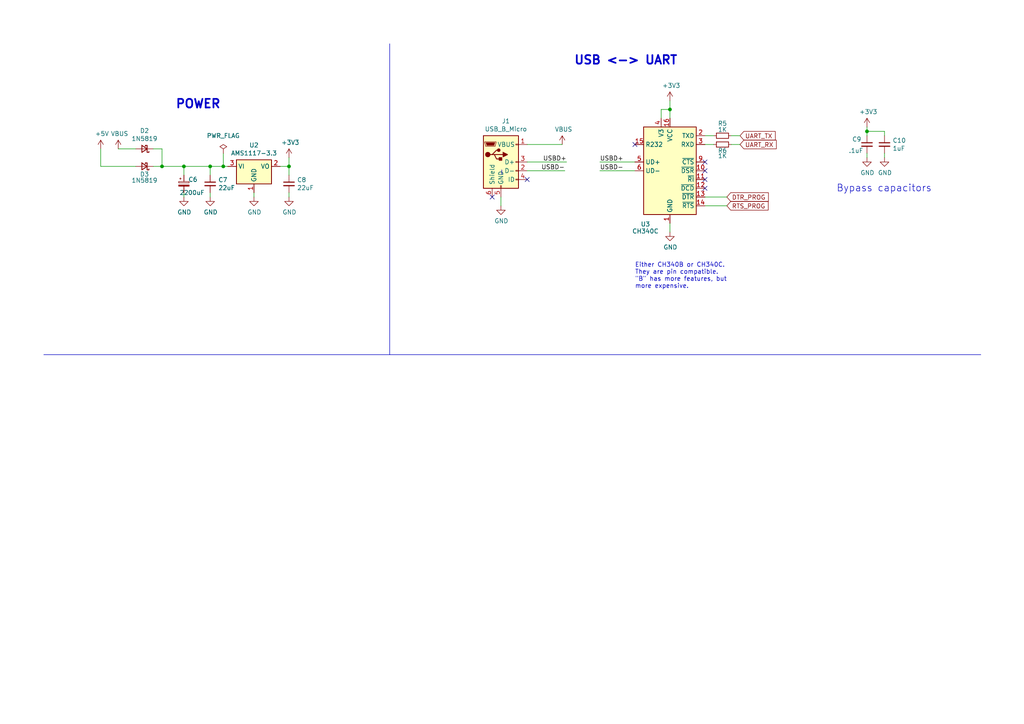
<source format=kicad_sch>
(kicad_sch (version 20230121) (generator eeschema)
  (paper "A4")
  (title_block (title "Unijoysticle 2 A500") (date "2022-04-25") (rev "A") (company "Ricardo Quesada"))
  (lib_symbols
    (symbol "Connector:USB_B_Micro" (pin_names (offset 1.016))
      (property "Reference" "J" (at -5.08 11.43 0))
      (property "Value" "USB_B_Micro" (at -5.08 8.89 0))
      (symbol "USB_B_Micro_0_1"
        (rectangle (start -5.08 -7.62) (end 5.08 7.62) (stroke (width 0.254)) (fill (type background)))
        (circle (center -3.81 2.159) (radius 0.635) (stroke (width 0.254)) (fill (type outline)))
        (circle (center -0.635 3.429) (radius 0.381) (stroke (width 0.254)) (fill (type outline)))
        (rectangle (start -0.127 -7.62) (end 0.127 -6.858))
        (polyline (pts (xy -1.905 2.159) (xy 0.635 2.159)) (stroke (width 0.254)))
        (polyline (pts (xy -3.175 2.159) (xy -2.54 2.159) (xy -1.27 3.429) (xy -0.635 3.429)) (stroke (width 0.254)))
        (polyline (pts (xy -2.54 2.159) (xy -1.905 2.159) (xy -1.27 0.889) (xy 0 0.889)) (stroke (width 0.254)))
        (polyline (pts (xy 0.635 2.794) (xy 0.635 1.524) (xy 1.905 2.159) (xy 0.635 2.794)) (stroke (width 0.254)) (fill (type outline)))
        (polyline (pts (xy -4.318 5.588) (xy -1.778 5.588) (xy -2.032 4.826) (xy -4.064 4.826) (xy -4.318 5.588)) (fill (type outline)))
        (polyline (pts (xy -4.699 5.842) (xy -4.699 5.588) (xy -4.445 4.826) (xy -4.445 4.572) (xy -1.651 4.572) (xy -1.651 4.826) (xy -1.397 5.588) (xy -1.397 5.842) (xy -4.699 5.842)))
        (rectangle (start 0.254 1.27) (end -0.508 0.508) (stroke (width 0.254)) (fill (type outline)))
        (rectangle (start 5.08 -5.207) (end 4.318 -4.953))
        (rectangle (start 5.08 -2.667) (end 4.318 -2.413))
        (rectangle (start 5.08 -0.127) (end 4.318 0.127))
        (rectangle (start 5.08 4.953) (end 4.318 5.207))
      )
      (symbol "USB_B_Micro_1_1"
        (pin power_out line (at 7.62 5.08 180) (length 2.54) (name "VBUS") (number "1"))
        (pin bidirectional line (at 7.62 -2.54 180) (length 2.54) (name "D-") (number "2"))
        (pin bidirectional line (at 7.62 0 180) (length 2.54) (name "D+") (number "3"))
        (pin passive line (at 7.62 -5.08 180) (length 2.54) (name "ID") (number "4"))
        (pin power_out line (at 0 -10.16 90) (length 2.54) (name "GND") (number "5"))
        (pin passive line (at -2.54 -10.16 90) (length 2.54) (name "Shield") (number "6"))
      )
    )
    (symbol "Device:C_Polarized_Small" (pin_numbers hide) (pin_names (offset 0.254) hide)
      (property "Reference" "C" (at 0.254 1.778 0))
      (property "Value" "C_Polarized_Small" (at 0.254 -2.032 0))
      (symbol "C_Polarized_Small_0_1"
        (rectangle (start -1.524 -0.3048) (end 1.524 -0.6858) (fill (type outline)))
        (rectangle (start -1.524 0.6858) (end 1.524 0.3048))
        (polyline (pts (xy -1.27 1.524) (xy -0.762 1.524)))
        (polyline (pts (xy -1.016 1.27) (xy -1.016 1.778)))
      )
      (symbol "C_Polarized_Small_1_1"
        (pin passive line (at 0 2.54 270) (length 1.8542) (name "~") (number "1"))
        (pin passive line (at 0 -2.54 90) (length 1.8542) (name "~") (number "2"))
      )
    )
    (symbol "Device:C_Small" (pin_numbers hide) (pin_names (offset 0.254) hide)
      (property "Reference" "C" (at 0.254 1.778 0))
      (property "Value" "C_Small" (at 0.254 -2.032 0))
      (symbol "C_Small_0_1"
        (polyline (pts (xy -1.524 -0.508) (xy 1.524 -0.508)) (stroke (width 0.3302)))
        (polyline (pts (xy -1.524 0.508) (xy 1.524 0.508)) (stroke (width 0.3048)))
      )
      (symbol "C_Small_1_1"
        (pin passive line (at 0 2.54 270) (length 2.032) (name "~") (number "1"))
        (pin passive line (at 0 -2.54 90) (length 2.032) (name "~") (number "2"))
      )
    )
    (symbol "Device:D_Schottky_Small" (pin_numbers hide) (pin_names (offset 0.254) hide)
      (property "Reference" "D" (at -1.27 2.032 0))
      (property "Value" "D_Schottky_Small" (at -7.112 -2.032 0))
      (symbol "D_Schottky_Small_0_1"
        (polyline (pts (xy -0.762 0) (xy 0.762 0)))
        (polyline (pts (xy 0.762 -1.016) (xy -0.762 0) (xy 0.762 1.016) (xy 0.762 -1.016)) (stroke (width 0.254)))
        (polyline (pts (xy -1.27 0.762) (xy -1.27 1.016) (xy -0.762 1.016) (xy -0.762 -1.016) (xy -0.254 -1.016) (xy -0.254 -0.762)) (stroke (width 0.254)))
      )
      (symbol "D_Schottky_Small_1_1"
        (pin passive line (at -2.54 0 0) (length 1.778) (name "K") (number "1"))
        (pin passive line (at 2.54 0 180) (length 1.778) (name "A") (number "2"))
      )
    )
    (symbol "Device:R_Small" (pin_numbers hide) (pin_names (offset 0.254) hide)
      (property "Reference" "R" (at 0.762 0.508 0))
      (property "Value" "R_Small" (at 0.762 -1.016 0))
      (symbol "R_Small_0_1"
        (rectangle (start -0.762 1.778) (end 0.762 -1.778) (stroke (width 0.2032)))
      )
      (symbol "R_Small_1_1"
        (pin passive line (at 0 2.54 270) (length 0.762) (name "~") (number "1"))
        (pin passive line (at 0 -2.54 90) (length 0.762) (name "~") (number "2"))
      )
    )
    (symbol "Interface_USB:CH340C"
      (property "Reference" "U" (at -5.08 13.97 0))
      (property "Value" "CH340C" (at 1.27 13.97 0))
      (symbol "CH340C_0_1"
        (rectangle (start -7.62 12.7) (end 7.62 -12.7) (stroke (width 0.254)) (fill (type background)))
      )
      (symbol "CH340C_1_1"
        (pin power_in line (at 0 -15.24 90) (length 2.54) (name "GND") (number "1"))
        (pin input line (at 10.16 0 180) (length 2.54) (name "~{DSR}") (number "10"))
        (pin input line (at 10.16 -2.54 180) (length 2.54) (name "~{RI}") (number "11"))
        (pin input line (at 10.16 -5.08 180) (length 2.54) (name "~{DCD}") (number "12"))
        (pin output line (at 10.16 -7.62 180) (length 2.54) (name "~{DTR}") (number "13"))
        (pin output line (at 10.16 -10.16 180) (length 2.54) (name "~{RTS}") (number "14"))
        (pin input line (at -10.16 7.62 0) (length 2.54) (name "R232") (number "15"))
        (pin power_in line (at 0 15.24 270) (length 2.54) (name "VCC") (number "16"))
        (pin output line (at 10.16 10.16 180) (length 2.54) (name "TXD") (number "2"))
        (pin input line (at 10.16 7.62 180) (length 2.54) (name "RXD") (number "3"))
        (pin passive line (at -2.54 15.24 270) (length 2.54) (name "V3") (number "4"))
        (pin bidirectional line (at -10.16 2.54 0) (length 2.54) (name "UD+") (number "5"))
        (pin bidirectional line (at -10.16 0 0) (length 2.54) (name "UD-") (number "6"))
        (pin no_connect line (at -7.62 -7.62 0) (length 2.54) hide (name "NC") (number "7"))
        (pin no_connect line (at -7.62 -10.16 0) (length 2.54) hide (name "NC") (number "8"))
        (pin input line (at 10.16 2.54 180) (length 2.54) (name "~{CTS}") (number "9"))
      )
    )
    (symbol "Regulator_Linear:AMS1117-3.3"
      (property "Reference" "U" (at -3.81 3.175 0))
      (property "Value" "AMS1117-3.3" (at 0 3.175 0))
      (symbol "AMS1117-3.3_0_1"
        (rectangle (start -5.08 -5.08) (end 5.08 1.905) (stroke (width 0.254)) (fill (type background)))
      )
      (symbol "AMS1117-3.3_1_1"
        (pin power_in line (at 0 -7.62 90) (length 2.54) (name "GND") (number "1"))
        (pin power_out line (at 7.62 0 180) (length 2.54) (name "VO") (number "2"))
        (pin power_in line (at -7.62 0 0) (length 2.54) (name "VI") (number "3"))
      )
    )
    (symbol "power:+3V3" (power) (pin_names (offset 0))
      (property "Value" "+3V3" (at 0 3.556 0))
      (symbol "+3V3_0_1"
        (polyline (pts (xy -0.762 1.27) (xy 0 2.54)))
        (polyline (pts (xy 0 0) (xy 0 2.54)))
        (polyline (pts (xy 0 2.54) (xy 0.762 1.27)))
      )
      (symbol "+3V3_1_1"
        (pin power_in line (at 0 0 90) (length 0) hide (name "+3V3") (number "1"))
      )
    )
    (symbol "power:+5V" (power) (pin_names (offset 0))
      (property "Value" "+5V" (at 0 3.556 0))
      (symbol "+5V_0_1"
        (polyline (pts (xy -0.762 1.27) (xy 0 2.54)))
        (polyline (pts (xy 0 0) (xy 0 2.54)))
        (polyline (pts (xy 0 2.54) (xy 0.762 1.27)))
      )
      (symbol "+5V_1_1"
        (pin power_in line (at 0 0 90) (length 0) hide (name "+5V") (number "1"))
      )
    )
    (symbol "power:GND" (power) (pin_names (offset 0))
      (property "Value" "GND" (at 0 -3.81 0))
      (symbol "GND_0_1"
        (polyline (pts (xy 0 0) (xy 0 -1.27) (xy 1.27 -1.27) (xy 0 -2.54) (xy -1.27 -1.27) (xy 0 -1.27)))
      )
      (symbol "GND_1_1"
        (pin power_in line (at 0 0 270) (length 0) hide (name "GND") (number "1"))
      )
    )
    (symbol "power:PWR_FLAG" (power) (pin_numbers hide) (pin_names (offset 0) hide)
      (property "Value" "PWR_FLAG" (at 0 3.81 0))
      (symbol "PWR_FLAG_0_0"
        (pin power_out line (at 0 0 90) (length 0) (name "pwr") (number "1"))
      )
      (symbol "PWR_FLAG_0_1"
        (polyline (pts (xy 0 0) (xy 0 1.27) (xy -1.016 1.905) (xy 0 2.54) (xy 1.016 1.905) (xy 0 1.27)))
      )
    )
    (symbol "power:VBUS" (power) (pin_names (offset 0))
      (property "Value" "VBUS" (at 0 3.81 0))
      (symbol "VBUS_0_1"
        (polyline (pts (xy -0.762 1.27) (xy 0 2.54)))
        (polyline (pts (xy 0 0) (xy 0 2.54)))
        (polyline (pts (xy 0 2.54) (xy 0.762 1.27)))
      )
      (symbol "VBUS_1_1"
        (pin power_in line (at 0 0 90) (length 0) hide (name "VBUS") (number "1"))
      )
    )
  )
  (junction (at 194.31 31.75))
  (junction (at 60.96 48.26))
  (junction (at 64.77 48.26))
  (junction (at 83.82 48.26))
  (junction (at 251.46 38.1))
  (junction (at 53.34 48.26))
  (junction (at 46.99 48.26))
  (no_connect (at 204.47 46.99))
  (no_connect (at 204.47 49.53))
  (no_connect (at 204.47 52.07))
  (no_connect (at 204.47 54.61))
  (no_connect (at 152.908 52.07))
  (no_connect (at 184.15 41.91))
  (no_connect (at 142.748 57.15))
  (wire (pts (xy 73.66 55.88) (xy 73.66 57.15)))
  (wire (pts (xy 60.96 48.26) (xy 60.96 50.8)))
  (wire (pts (xy 256.54 44.45) (xy 256.54 45.72)))
  (wire (pts (xy 29.21 48.26) (xy 29.21 43.18)))
  (polyline (pts (xy 12.7 102.87) (xy 113.03 102.87)))
  (wire (pts (xy 194.31 31.75) (xy 194.31 34.29)))
  (wire (pts (xy 83.82 55.88) (xy 83.82 57.15)))
  (wire (pts (xy 53.34 55.88) (xy 53.34 57.15)))
  (wire (pts (xy 145.288 57.15) (xy 145.288 59.69)))
  (wire (pts (xy 53.34 48.26) (xy 60.96 48.26)))
  (wire (pts (xy 53.34 48.26) (xy 53.34 50.8)))
  (wire (pts (xy 83.82 48.26) (xy 83.82 50.8)))
  (wire (pts (xy 83.82 48.26) (xy 81.28 48.26)))
  (wire (pts (xy 204.47 41.91) (xy 207.01 41.91)))
  (wire (pts (xy 251.46 38.1) (xy 251.46 39.37)))
  (wire (pts (xy 60.96 48.26) (xy 64.77 48.26)))
  (wire (pts (xy 152.908 41.91) (xy 163.068 41.91)))
  (wire (pts (xy 152.908 49.53) (xy 163.83 49.53)))
  (wire (pts (xy 191.77 31.75) (xy 191.77 34.29)))
  (wire (pts (xy 152.908 46.99) (xy 164.338 46.99)))
  (wire (pts (xy 46.99 43.18) (xy 46.99 48.26)))
  (wire (pts (xy 204.47 39.37) (xy 207.01 39.37)))
  (wire (pts (xy 204.47 57.15) (xy 210.82 57.15)))
  (wire (pts (xy 251.46 38.1) (xy 256.54 38.1)))
  (wire (pts (xy 46.99 48.26) (xy 53.34 48.26)))
  (wire (pts (xy 194.31 29.21) (xy 194.31 31.75)))
  (wire (pts (xy 204.47 59.69) (xy 210.82 59.69)))
  (wire (pts (xy 83.82 45.72) (xy 83.82 48.26)))
  (wire (pts (xy 29.21 48.26) (xy 39.37 48.26)))
  (wire (pts (xy 44.45 48.26) (xy 46.99 48.26)))
  (wire (pts (xy 173.99 49.53) (xy 184.15 49.53)))
  (wire (pts (xy 39.37 43.18) (xy 34.29 43.18)))
  (wire (pts (xy 173.99 46.99) (xy 184.15 46.99)))
  (polyline (pts (xy 145.542 50.546) (xy 145.542 49.276)))
  (wire (pts (xy 60.96 57.15) (xy 60.96 55.88)))
  (wire (pts (xy 256.54 38.1) (xy 256.54 39.37)))
  (wire (pts (xy 251.46 36.83) (xy 251.46 38.1)))
  (wire (pts (xy 212.09 39.37) (xy 214.63 39.37)))
  (wire (pts (xy 251.46 44.45) (xy 251.46 45.72)))
  (wire (pts (xy 194.31 31.75) (xy 191.77 31.75)))
  (polyline (pts (xy 113.03 12.7) (xy 113.03 102.87)))
  (wire (pts (xy 212.09 41.91) (xy 214.63 41.91)))
  (wire (pts (xy 44.45 43.18) (xy 46.99 43.18)))
  (wire (pts (xy 64.77 44.45) (xy 64.77 48.26)))
  (wire (pts (xy 194.31 64.77) (xy 194.31 67.31)))
  (wire (pts (xy 64.77 48.26) (xy 66.04 48.26)))
  (polyline (pts (xy 113.03 102.87) (xy 284.48 102.87)))
  (text "Either CH340B or CH340C.\nThey are pin compatible.\n\"B\" has more features, but\nmore expensive." (at 184.15 83.82 0) (effects (font (size 1.27 1.27)) (justify left bottom)))
  (text "Bypass capacitors" (at 242.57 55.88 0) (effects (font (size 2 2)) (justify left bottom)))
  (text "USB <-> UART" (at 166.37 19.05 0) (effects (font (size 2.4892 2.4892) (thickness 0.4978) bold) (justify left bottom)))
  (text "POWER" (at 50.8 31.75 0) (effects (font (size 2.4892 2.4892) (thickness 0.4978) bold) (justify left bottom)))
  (label "USBD-" (at 163.83 49.53 180))
  (label "USBD+" (at 173.99 46.99 0))
  (label "USBD-" (at 173.99 49.53 0))
  (label "USBD+" (at 164.338 46.99 180))
  (global_label "RTS_PROG" (shape input) (at 210.82 59.69 0) (property "Intersheetrefs" "${INTERSHEET_REFS}" (effects hide)))
  (global_label "DTR_PROG" (shape input) (at 210.82 57.15 0) (property "Intersheetrefs" "${INTERSHEET_REFS}" (effects hide)))
  (global_label "UART_RX" (shape input) (at 214.63 41.91 0) (property "Intersheetrefs" "${INTERSHEET_REFS}" (effects hide)))
  (global_label "UART_TX" (shape input) (at 214.63 39.37 0) (property "Intersheetrefs" "${INTERSHEET_REFS}" (effects hide)))
  (symbol (lib_id "power:VBUS") (at 163.068 41.91 0) (unit 1)
    (property "Reference" "#PWR019" (effects hide))
    (property "Value" "VBUS" (at 163.449 37.5158 0))
  )
  (symbol (lib_id "Device:C_Small") (at 60.96 53.34 0) (unit 1)
    (property "Reference" "C7" (at 63.2968 52.1716 0) (effects (justify left)))
    (property "Value" "22uF" (at 63.2968 54.483 0) (effects (justify left)))
    (property "Footprint" "Capacitor_SMD:C_0805_2012Metric_Pad1.18x1.45mm_HandSolder" (effects hide))
  )
  (symbol (lib_id "power:GND") (at 73.66 57.15 0) (unit 1)
    (property "Reference" "#PWR015" (effects hide))
    (property "Value" "GND" (at 73.787 61.5442 0))
  )
  (symbol (lib_id "power:GND") (at 60.96 57.15 0) (unit 1)
    (property "Reference" "#PWR014" (effects hide))
    (property "Value" "GND" (at 61.087 61.5442 0))
  )
  (symbol (lib_id "Device:C_Small") (at 83.82 53.34 0) (unit 1)
    (property "Reference" "C8" (at 86.1568 52.1716 0) (effects (justify left)))
    (property "Value" "22uF" (at 86.1568 54.483 0) (effects (justify left)))
    (property "Footprint" "Capacitor_SMD:C_0805_2012Metric_Pad1.18x1.45mm_HandSolder" (effects hide))
  )
  (symbol (lib_id "power:GND") (at 83.82 57.15 0) (unit 1)
    (property "Reference" "#PWR017" (effects hide))
    (property "Value" "GND" (at 83.947 61.5442 0))
  )
  (symbol (lib_id "power:+3V3") (at 83.82 45.72 0) (unit 1)
    (property "Reference" "#PWR016" (effects hide))
    (property "Value" "+3V3" (at 84.201 41.3258 0))
  )
  (symbol (lib_id "Regulator_Linear:AMS1117-3.3") (at 73.66 48.26 0) (unit 1)
    (property "Reference" "U2" (at 73.66 42.1132 0))
    (property "Value" "AMS1117-3.3" (at 73.66 44.4246 0))
    (property "Footprint" "Package_TO_SOT_SMD:SOT-223-3_TabPin2" (effects hide))
    (property "Datasheet" "http://www.advanced-monolithic.com/pdf/ds1117.pdf" (effects hide))
  )
  (symbol (lib_id "Interface_USB:CH340C") (at 194.31 49.53 0) (unit 1)
    (property "Reference" "U3" (at 187.198 65.024 0))
    (property "Value" "CH340C" (at 187.198 67.056 0))
    (property "Footprint" "Package_SO:SOIC-16_3.9x9.9mm_P1.27mm" (effects hide))
    (property "Datasheet" "https://datasheet.lcsc.com/szlcsc/Jiangsu-Qin-Heng-CH340C_C84681.pdf" (effects hide))
  )
  (symbol (lib_id "power:GND") (at 251.46 45.72 0) (unit 1)
    (property "Reference" "#PWR023" (effects hide))
    (property "Value" "GND" (at 251.587 50.1142 0))
  )
  (symbol (lib_id "Device:C_Small") (at 251.46 41.91 0) (unit 1)
    (property "Reference" "C9" (at 247.142 40.386 0) (effects (justify left)))
    (property "Value" ".1uF" (at 246.126 43.688 0) (effects (justify left)))
    (property "Footprint" "Capacitor_SMD:C_0805_2012Metric_Pad1.18x1.45mm_HandSolder" (effects hide))
  )
  (symbol (lib_id "power:VBUS") (at 34.29 43.18 0) (unit 1)
    (property "Reference" "#PWR012" (effects hide))
    (property "Value" "VBUS" (at 34.671 38.7858 0))
  )
  (symbol (lib_id "power:GND") (at 53.34 57.15 0) (unit 1)
    (property "Reference" "#PWR013" (effects hide))
    (property "Value" "GND" (at 53.467 61.5442 0))
  )
  (symbol (lib_id "Device:R_Small") (at 209.55 39.37 270) (unit 1)
    (property "Reference" "R5" (at 209.55 35.814 90))
    (property "Value" "1K" (at 209.55 37.592 90))
    (property "Footprint" "Resistor_SMD:R_0805_2012Metric_Pad1.20x1.40mm_HandSolder" (effects hide))
  )
  (symbol (lib_id "power:+3V3") (at 194.31 29.21 0) (unit 1)
    (property "Reference" "#PWR020" (effects hide))
    (property "Value" "+3V3" (at 194.691 24.8158 0))
  )
  (symbol (lib_id "power:GND") (at 194.31 67.31 0) (unit 1)
    (property "Reference" "#PWR021" (effects hide))
    (property "Value" "GND" (at 194.437 71.7042 0))
  )
  (symbol (lib_id "power:+3V3") (at 251.46 36.83 0) (unit 1)
    (property "Reference" "#PWR022" (effects hide))
    (property "Value" "+3V3" (at 251.841 32.4358 0))
  )
  (symbol (lib_id "Device:C_Small") (at 256.54 41.91 0) (unit 1)
    (property "Reference" "C10" (at 258.8768 40.7416 0) (effects (justify left)))
    (property "Value" "1uF" (at 258.8768 43.053 0) (effects (justify left)))
    (property "Footprint" "Capacitor_SMD:C_0805_2012Metric_Pad1.18x1.45mm_HandSolder" (effects hide))
  )
  (symbol (lib_id "power:GND") (at 256.54 45.72 0) (unit 1)
    (property "Reference" "#PWR024" (effects hide))
    (property "Value" "GND" (at 256.667 50.1142 0))
  )
  (symbol (lib_id "power:GND") (at 145.288 59.69 0) (unit 1)
    (property "Reference" "#PWR018" (effects hide))
    (property "Value" "GND" (at 145.415 64.0842 0))
  )
  (symbol (lib_id "Device:R_Small") (at 209.55 41.91 270) (unit 1)
    (property "Reference" "R6" (at 209.55 43.688 90))
    (property "Value" "1K" (at 209.55 45.212 90))
    (property "Footprint" "Resistor_SMD:R_0805_2012Metric_Pad1.20x1.40mm_HandSolder" (effects hide))
  )
  (symbol (lib_id "Device:D_Schottky_Small") (at 41.91 43.18 180) (unit 1)
    (property "Reference" "D2" (at 41.91 37.9222 0))
    (property "Value" "1N5819" (at 41.91 40.2336 0))
    (property "Footprint" "Diode_SMD:D_SOD-123" (effects hide))
  )
  (symbol (lib_id "Device:D_Schottky_Small") (at 41.91 48.26 180) (unit 1)
    (property "Reference" "D3" (at 41.91 50.546 0))
    (property "Value" "1N5819" (at 41.91 52.324 0))
    (property "Footprint" "Diode_SMD:D_SOD-123" (effects hide))
  )
  (symbol (lib_id "Connector:USB_B_Micro") (at 145.288 46.99 0) (unit 1)
    (property "Reference" "J1" (at 146.7358 35.1282 0))
    (property "Value" "USB_B_Micro" (at 146.7358 37.4396 0))
    (property "Footprint" "Connector_USB:USB_Micro-B_Amphenol_10118194_Horizontal" (effects hide))
  )
  (symbol (lib_id "power:+5V") (at 29.21 43.18 0) (unit 1)
    (property "Reference" "#PWR011" (effects hide))
    (property "Value" "+5V" (at 29.591 38.7858 0))
  )
  (symbol (lib_id "power:PWR_FLAG") (at 64.77 44.45 0) (unit 1)
    (property "Reference" "#FLG01" (effects hide))
    (property "Value" "PWR_FLAG" (at 64.77 39.37 0))
  )
  (symbol (lib_id "Device:C_Polarized_Small") (at 53.34 53.34 0) (unit 1)
    (property "Reference" "C6" (at 54.61 52.07 0) (effects (justify left)))
    (property "Value" "2200uF" (at 52.07 55.88 0) (effects (justify left)))
    (property "Footprint" "Capacitor_SMD:CP_Elec_10x10" (effects hide))
  )
)
</source>
